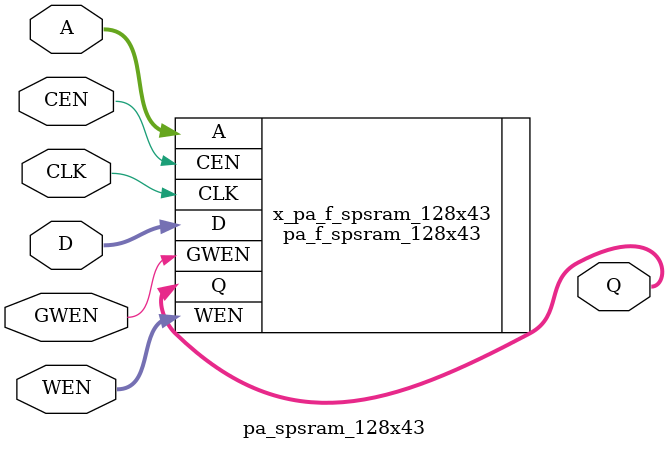
<source format=v>

/*Copyright 2020-2021 T-Head Semiconductor Co., Ltd.

Licensed under the Apache License, Version 2.0 (the "License");
you may not use this file except in compliance with the License.
You may obtain a copy of the License at

    http://www.apache.org/licenses/LICENSE-2.0

Unless required by applicable law or agreed to in writing, software
distributed under the License is distributed on an "AS IS" BASIS,
WITHOUT WARRANTIES OR CONDITIONS OF ANY KIND, either express or implied.
See the License for the specific language governing permissions and
limitations under the License.
*/

// &ModuleBeg; @22
module pa_spsram_128x43(
  A,
  CEN,
  CLK,
  D,
  GWEN,
  Q,
  WEN
);

// &Ports; @23
input   [6 :0]  A;   
input           CEN; 
input           CLK; 
input   [42:0]  D;   
input           GWEN; 
input   [42:0]  WEN; 
output  [42:0]  Q;   

// &Regs; @24

// &Wires; @25
wire    [6 :0]  A;   
wire            CEN; 
wire            CLK; 
wire    [42:0]  D;   
wire            GWEN; 
wire    [42:0]  Q;   
wire    [42:0]  WEN; 


//**********************************************************
//                  Parameter Definition
//**********************************************************
parameter ADDR_WIDTH = 7;
parameter DATA_WIDTH = 43;
parameter WE_WIDTH   = 43;

// &Force("bus","Q",DATA_WIDTH-1,0); @34
// &Force("bus","WEN",WE_WIDTH-1,0); @35
// &Force("bus","A",ADDR_WIDTH-1,0); @36
// &Force("bus","D",DATA_WIDTH-1,0); @37

  //********************************************************
  //*                        FPGA memory                   *
  //********************************************************
//   &Instance("pa_f_spsram_128x43"); @43
pa_f_spsram_128x43  x_pa_f_spsram_128x43 (
  .A    (A   ),
  .CEN  (CEN ),
  .CLK  (CLK ),
  .D    (D   ),
  .GWEN (GWEN),
  .Q    (Q   ),
  .WEN  (WEN )
);

//   &Instance("pa_tsmc_spsram_128x43"); @49
//   &Instance("pa_gsmc_spsram_128x43"); @55

// &ModuleEnd; @71
endmodule



</source>
